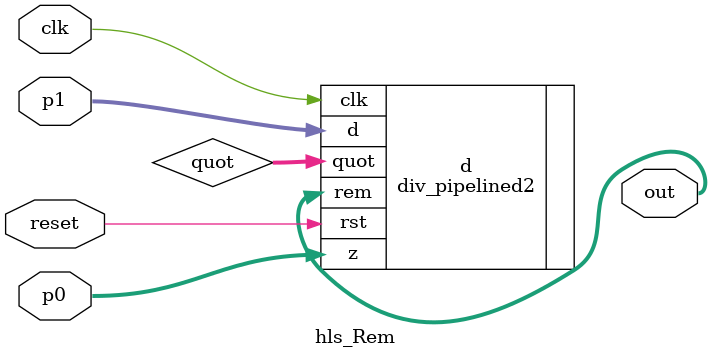
<source format=v>
module uartmm(input clk,
              input             rst,

              input             RX,
              output            TX,
              
              output reg [31:0] data_b,
              output reg        strobe_b,
              input [31:0]      addr_b,
              input [31:0]      data_b_in,
              input [31:0]      data_b_we);

   reg [7:0]                uart_din_r;
   reg                      uart_valid_r;
   reg                      uart_ready_r;
   
   reg [7:0]                input_axis_tdata;
   reg                      input_axis_tvalid;
   wire                     input_axis_tready;
   
   
   wire [7:0]               output_axis_tdata;
   wire                     output_axis_tvalid;
   reg                      output_axis_tready;
   
   uart _uart (
               .clk(clk),
               .rst(~rst),
               
               .rxd(RX),
               .txd(TX),

               .input_axis_tdata(input_axis_tdata),
               .input_axis_tvalid(input_axis_tvalid),
               .input_axis_tready(input_axis_tready),

               .output_axis_tdata(output_axis_tdata),
               .output_axis_tvalid(output_axis_tvalid),
               .output_axis_tready(output_axis_tready),
               
               //  90MHz
               .prescale(90000000/(115200*8)));
   
   assign strobe_b_next = (addr_b == 65537) | (addr_b == 65538) | (addr_b == 65539);
   assign data_b_next = (addr_b == 65537)?uart_valid_r:
                        (addr_b == 65538)?uart_ready_r:
                        (addr_b == 65539)?uart_din_r:0;

   always @(posedge clk)
     if (~rst) begin
        uart_din_r <= 0;
        uart_valid_r <= 0;
        uart_ready_r <= 0;
        input_axis_tdata <= 0;
        input_axis_tvalid <= 0;
        output_axis_tready <= 0;
     end else begin

        data_b <= data_b_next;
        strobe_b <= strobe_b_next;
        
        if (input_axis_tvalid) begin
           input_axis_tvalid <= 0;
        end
        
        if (output_axis_tvalid & ~output_axis_tready) begin
           output_axis_tready <= 1;
        end

        uart_ready_r <= input_axis_tready; // delay

        if (output_axis_tvalid) begin
           output_axis_tready <= 0;
           uart_din_r <= output_axis_tdata;
           uart_valid_r <= 1;
        end else if ((addr_b == 65539) & ~data_b_we & uart_valid_r) begin
           uart_valid_r <= 0;
        end else if ((addr_b == 65539) & data_b_we & input_axis_tready & ~input_axis_tvalid) begin
           input_axis_tdata <= data_b[7:0];
           input_axis_tvalid <= 1;
        end
     end
   

endmodule

module ledwriter (input clk,
                  input rst,

                  output reg [15:0] LED,
                  
                  input [31:0]     addr_b,
                  input [31:0]     data_b_in,
                  input [31:0]     data_b_we);

   always @(posedge clk)
     if (~rst) begin
        LED <= 0;
     end else begin
        if (addr_b == 65540)
          LED <= data_b_in[15:0];
     end

endmodule


module socram(input clk,
              input             rst,

              output reg [31:0] data_a,
              input [31:0]      addr_a,
              
              output reg [31:0] data_b,
              output reg        strobe_b,
              input [31:0]      addr_b,
              input [31:0]      data_b_in,
              input [31:0]      data_b_we);

   parameter RAM_DEPTH = 8192 * 2;
   parameter INIT_FILE = "../../custom.hex";
   
   reg [31:0]                   mem [0:RAM_DEPTH-1];

   initial begin
      if (INIT_FILE != "")
         $readmemh(INIT_FILE, mem);
   end
    
   always @(posedge clk)
     begin
        if (data_b_we & (addr_b[31:16] == 0)) begin
           mem[addr_b] <= data_b_in;
        end
        data_a <= mem[addr_a];
        data_b <= mem[addr_b];
        strobe_b <= (addr_b[31:16] == 0);
     end

endmodule



module generic_mul ( a, b, clk, pdt);
   parameter size = 32, level = 5;
   input [size-1 : 0] a;
   input [size-1 : 0] b;
   input              clk;
   output [2*size-1 : 0] pdt;
   reg [size-1 : 0]      a_int, b_int;
   reg [2*size-1 : 0]    pdt_int [level-1 : 0];
   integer               i;
   
   assign pdt = pdt_int [level-1];
   
   always @ (posedge clk)
     begin
        a_int <= a;
        b_int <= b;
        pdt_int[0] <= a_int * b_int;
        for(i =1;i <level;i =i +1)
          pdt_int [i] <= pdt_int [i-1];
     end
endmodule

module hls_Mul(input clk,
               input reset,

               input [31:0]  p0,
               input [31:0]  p1,
               output [31:0] out);

   reg [31:0]                p0t;
   reg [31:0]                p1t;
   reg [31:0]                tmp1;
   reg [31:0]                tmp2;
   reg [31:0]                tmp3;
   reg [31:0]                tmp4;
   assign out = tmp4;

   generic_mul #(.size(32),.level(3)) mul1 (.clk(clk),
                                            .a(p0),
                                            .b(p1),
                                            .pdt(out));
endmodule


module mul16x16 (input [15:0]      a,
                 input [15:0]      b,
                 output [31:0] o);

   assign o = a * b;
   
endmodule // mul16x16



`include "../rtl/mul.v"


module hls_MulFSM(input clk,
                  input         reset,
                  input         req,
                  output        ack,
                  
                  input [31:0]  p0,
                  input [31:0]  p1,
                  output [31:0] out);

    mul32x32_fsm S(.clk(clk),
                   .rst(reset),
                   .req(req),
                   .ack(ack),
                   .p0(p0),
                   .p1(p1),
                   .out(out));

endmodule // hls_MulFSM

module hlsblockram (input         clk,
                    
                    input [ABITWIDTH-1:0]      readaddr1,
                    output reg [BITWIDTH-1:0] readout1,
                    input [ABITWIDTH-1:0]      writeaddr1,
                    input [BITWIDTH-1:0]      writein1,
                    input                     we
                    );
   

   parameter SIZE = 32;
   parameter BITWIDTH = 32;
   parameter ABITWIDTH = 32;
   
   reg [BITWIDTH-1:0] mem [0:SIZE-1];
 
   // Expect 2-port (1ro+1wo) to be inferred
   always @(posedge clk)
     begin
        if (we) begin
           mem[writeaddr1] = writein1;
        end
        readout1 <= mem[readaddr1];
     end

endmodule // toyblockram



`include "../rtl/div2.v"

// 8-stage integher division pipeline
module hls_Div(input clk,
               input         reset,

               input [31:0]  p0,
               input [31:0]  p1,

               output [31:0] out);

   wire                      div0, ovf;
   wire [31:0]               rem;
   
   div_pipelined2 #(.WIDTH(32)) d(.clk(clk),
                                  .rst(reset),
                                  .z(p0),
                                  .d(p1),
                                  .quot(out),
                                  .rem(rem));
endmodule


// 8-stage integher division pipeline
module hls_Rem(input clk,
               input         reset,

               input [31:0]  p0,
               input [31:0]  p1,

               output [31:0] out);

   wire [31:0]               quot;
   
   div_pipelined2 #(.WIDTH(32)) d(.clk(clk),
                                  .rst(reset),
                                  .z(p0),
                                  .d(p1),
                                  .quot(quot),
                                  .rem(out));

endmodule


</source>
